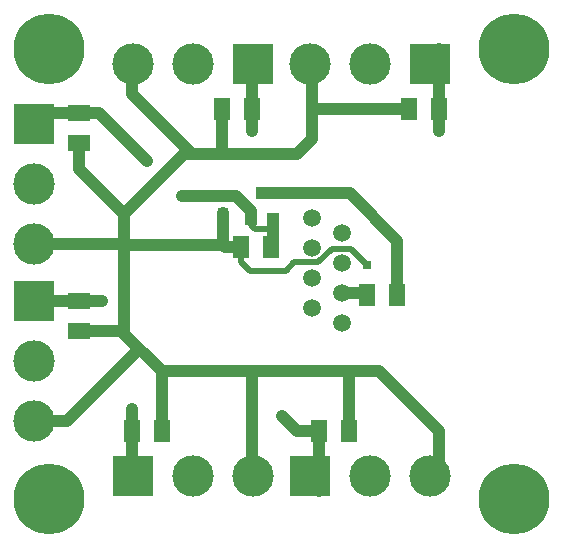
<source format=gbl>
G04 #@! TF.GenerationSoftware,KiCad,Pcbnew,7.0.9*
G04 #@! TF.CreationDate,2023-12-23T15:59:00+01:00*
G04 #@! TF.ProjectId,hub-1-wire,6875622d-312d-4776-9972-652e6b696361,v1.0*
G04 #@! TF.SameCoordinates,Original*
G04 #@! TF.FileFunction,Copper,L2,Bot*
G04 #@! TF.FilePolarity,Positive*
%FSLAX46Y46*%
G04 Gerber Fmt 4.6, Leading zero omitted, Abs format (unit mm)*
G04 Created by KiCad (PCBNEW 7.0.9) date 2023-12-23 15:59:00*
%MOMM*%
%LPD*%
G01*
G04 APERTURE LIST*
G04 Aperture macros list*
%AMOutline4P*
0 Free polygon, 4 corners , with rotation*
0 The origin of the aperture is its center*
0 number of corners: always 4*
0 $1 to $8 corner X, Y*
0 $9 Rotation angle, in degrees counterclockwise*
0 create outline with 4 corners*
4,1,4,$1,$2,$3,$4,$5,$6,$7,$8,$1,$2,$9*%
G04 Aperture macros list end*
G04 #@! TA.AperFunction,ComponentPad*
%ADD10C,6.000000*%
G04 #@! TD*
G04 #@! TA.AperFunction,SMDPad,CuDef*
%ADD11R,1.000000X1.000000*%
G04 #@! TD*
G04 #@! TA.AperFunction,SMDPad,CuDef*
%ADD12Outline4P,-0.650000X-0.900000X0.650000X-0.900000X0.650000X0.900000X-0.650000X0.900000X180.000000*%
G04 #@! TD*
G04 #@! TA.AperFunction,SMDPad,CuDef*
%ADD13R,0.800000X0.800000*%
G04 #@! TD*
G04 #@! TA.AperFunction,SMDPad,CuDef*
%ADD14Outline4P,-0.650000X-0.900000X0.650000X-0.900000X0.650000X0.900000X-0.650000X0.900000X0.000000*%
G04 #@! TD*
G04 #@! TA.AperFunction,SMDPad,CuDef*
%ADD15Outline4P,-0.650000X-0.900000X0.650000X-0.900000X0.650000X0.900000X-0.650000X0.900000X270.000000*%
G04 #@! TD*
G04 #@! TA.AperFunction,ComponentPad*
%ADD16R,3.500000X3.500000*%
G04 #@! TD*
G04 #@! TA.AperFunction,ComponentPad*
%ADD17C,3.500000*%
G04 #@! TD*
G04 #@! TA.AperFunction,ComponentPad*
%ADD18C,1.500000*%
G04 #@! TD*
G04 #@! TA.AperFunction,SMDPad,CuDef*
%ADD19R,0.900000X0.900000*%
G04 #@! TD*
G04 #@! TA.AperFunction,ViaPad*
%ADD20C,0.800000*%
G04 #@! TD*
G04 #@! TA.AperFunction,Conductor*
%ADD21C,1.000000*%
G04 #@! TD*
G04 #@! TA.AperFunction,Conductor*
%ADD22C,0.500000*%
G04 #@! TD*
G04 APERTURE END LIST*
D10*
X175006000Y-107696000D03*
X135636000Y-107696000D03*
X175006000Y-69596000D03*
X135636000Y-69596000D03*
D11*
X154620000Y-84058000D03*
X152720000Y-84058000D03*
X153670000Y-81858000D03*
D12*
X154432000Y-86360000D03*
X151892000Y-86360000D03*
X165100000Y-90424000D03*
X162560000Y-90424000D03*
D13*
X165100000Y-87884000D03*
X162560000Y-87884000D03*
D14*
X158496000Y-101981000D03*
X161036000Y-101981000D03*
D12*
X152781000Y-74676000D03*
X150241000Y-74676000D03*
D14*
X142621000Y-101981000D03*
X145161000Y-101981000D03*
D15*
X138176000Y-75057000D03*
X138176000Y-77597000D03*
X138176000Y-90932000D03*
X138176000Y-93472000D03*
D16*
X157734000Y-105791000D03*
D17*
X162814000Y-105791000D03*
X167894000Y-105791000D03*
D16*
X142748000Y-105791000D03*
D17*
X147828000Y-105791000D03*
X152908000Y-105791000D03*
D16*
X134366000Y-90932000D03*
D17*
X134366000Y-96012000D03*
X134366000Y-101092000D03*
D16*
X134366000Y-75946000D03*
D17*
X134366000Y-81026000D03*
X134366000Y-86106000D03*
D16*
X152908000Y-70866000D03*
D17*
X147828000Y-70866000D03*
X142748000Y-70866000D03*
D16*
X167894000Y-70866000D03*
D17*
X162814000Y-70866000D03*
X157734000Y-70866000D03*
D18*
X160401000Y-92836000D03*
X157861000Y-91566000D03*
X160401000Y-90296000D03*
X157861000Y-89026000D03*
X160401000Y-87756000D03*
X157861000Y-86486000D03*
X160401000Y-85216000D03*
X157861000Y-83946000D03*
D19*
X150368000Y-82079000D03*
X150368000Y-83529000D03*
D12*
X168656000Y-74676000D03*
X166116000Y-74676000D03*
D20*
X143891000Y-79121000D03*
X168656000Y-76581000D03*
X152781000Y-76581000D03*
X146812000Y-82042000D03*
X140081000Y-90932000D03*
X142621000Y-100076000D03*
X155321000Y-100711000D03*
X157226000Y-96901000D03*
D21*
X168656000Y-101981000D02*
X163576000Y-96901000D01*
X168656000Y-104521000D02*
X168656000Y-101981000D01*
X167386000Y-105791000D02*
X168656000Y-104521000D01*
X166116000Y-74676000D02*
X158496000Y-74676000D01*
X150241000Y-74676000D02*
X150241000Y-78486000D01*
X150368000Y-83529000D02*
X150368000Y-86233000D01*
X150368000Y-86233000D02*
X150495000Y-86360000D01*
X151892000Y-86360000D02*
X150495000Y-86360000D01*
X134366000Y-101092000D02*
X136906000Y-101092000D01*
X141986000Y-93726000D02*
X141986000Y-86741000D01*
X142113000Y-86233000D02*
X141986000Y-86106000D01*
X150368000Y-86233000D02*
X142113000Y-86233000D01*
X141986000Y-86741000D02*
X141986000Y-86106000D01*
X141986000Y-86106000D02*
X141986000Y-85471000D01*
D22*
X159567003Y-86555999D02*
X158412992Y-87710010D01*
X162560000Y-87884000D02*
X161231999Y-86555999D01*
X161231999Y-86555999D02*
X159567003Y-86555999D01*
D21*
X147701000Y-78486000D02*
X147066000Y-78486000D01*
X150241000Y-78486000D02*
X147701000Y-78486000D01*
X141986000Y-83566000D02*
X141986000Y-85471000D01*
X147066000Y-78486000D02*
X143573500Y-81978500D01*
X143573500Y-81978500D02*
X141986000Y-83566000D01*
X142621000Y-73406000D02*
X147701000Y-78486000D01*
X142621000Y-70866000D02*
X142621000Y-73406000D01*
X152781000Y-101981000D02*
X152781000Y-105791000D01*
X142938500Y-94678500D02*
X141986000Y-93726000D01*
X141986000Y-96266000D02*
X143256000Y-94996000D01*
X143891000Y-95631000D02*
X143256000Y-94996000D01*
X143256000Y-94996000D02*
X142938500Y-94678500D01*
X143891000Y-95631000D02*
X145161000Y-96901000D01*
X145161000Y-101981000D02*
X145161000Y-96901000D01*
X152781000Y-101981000D02*
X152781000Y-96901000D01*
X145161000Y-96901000D02*
X161036000Y-96901000D01*
X161036000Y-101981000D02*
X161036000Y-96901000D01*
X161036000Y-96901000D02*
X163576000Y-96901000D01*
X156591000Y-78486000D02*
X150241000Y-78486000D01*
X157861000Y-77216000D02*
X156591000Y-78486000D01*
X157861000Y-74676000D02*
X158496000Y-74676000D01*
X157861000Y-74676000D02*
X157861000Y-77216000D01*
X157861000Y-70866000D02*
X157861000Y-74676000D01*
X137160000Y-101092000D02*
X137922000Y-100330000D01*
X134366000Y-101092000D02*
X137160000Y-101092000D01*
X137922000Y-100330000D02*
X141986000Y-96266000D01*
X141732000Y-93472000D02*
X141986000Y-93726000D01*
X138176000Y-93472000D02*
X141732000Y-93472000D01*
X134366000Y-86106000D02*
X141986000Y-86106000D01*
X138176000Y-79756000D02*
X141986000Y-83566000D01*
X138176000Y-77597000D02*
X138176000Y-79756000D01*
D22*
X151892000Y-86360000D02*
X151892000Y-87630000D01*
X151892000Y-87630000D02*
X152654000Y-88392000D01*
X155702000Y-88392000D02*
X156383990Y-87710010D01*
X152654000Y-88392000D02*
X155702000Y-88392000D01*
X158412992Y-87710010D02*
X156383990Y-87710010D01*
D21*
X168656000Y-69596000D02*
X168656000Y-70866000D01*
X158496000Y-107061000D02*
X158496000Y-105791000D01*
X168656000Y-74676000D02*
X168656000Y-70866000D01*
X152781000Y-70866000D02*
X152781000Y-74676000D01*
X168656000Y-74676000D02*
X168656000Y-76581000D01*
X152781000Y-74676000D02*
X152781000Y-76581000D01*
X134366000Y-90932000D02*
X138811000Y-90932000D01*
X134366000Y-75057000D02*
X138176000Y-75057000D01*
X158496000Y-101981000D02*
X158496000Y-105791000D01*
X142621000Y-101981000D02*
X142621000Y-105791000D01*
X154620000Y-86172000D02*
X154432000Y-86360000D01*
X150368000Y-82079000D02*
X151421000Y-82079000D01*
X152720000Y-83378000D02*
X152720000Y-84058000D01*
X151421000Y-82079000D02*
X152720000Y-83378000D01*
X154620000Y-84902000D02*
X154620000Y-86172000D01*
X154620000Y-84058000D02*
X154620000Y-84902000D01*
D22*
X152720000Y-84526000D02*
X153096000Y-84902000D01*
X152720000Y-84058000D02*
X152720000Y-84526000D01*
X154620000Y-84902000D02*
X153096000Y-84902000D01*
D21*
X150368000Y-82079000D02*
X146849000Y-82079000D01*
X142621000Y-101981000D02*
X142621000Y-100076000D01*
X156591000Y-101981000D02*
X155321000Y-100711000D01*
X158496000Y-101981000D02*
X156591000Y-101981000D01*
X143891000Y-79121000D02*
X140081000Y-75311000D01*
X134366000Y-90932000D02*
X138176000Y-90932000D01*
X138176000Y-90932000D02*
X140081000Y-90932000D01*
X139827000Y-75057000D02*
X140081000Y-75311000D01*
X138176000Y-75057000D02*
X139827000Y-75057000D01*
X165100000Y-90424000D02*
X165100000Y-87884000D01*
X165100000Y-87884000D02*
X165100000Y-85852000D01*
X161106000Y-81858000D02*
X153670000Y-81858000D01*
X165100000Y-85852000D02*
X161106000Y-81858000D01*
X162432000Y-90296000D02*
X162560000Y-90424000D01*
X160401000Y-90296000D02*
X162432000Y-90296000D01*
M02*

</source>
